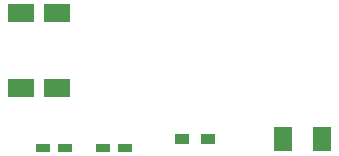
<source format=gtp>
%TF.GenerationSoftware,KiCad,Pcbnew,4.0.2+dfsg1-stable*%
%TF.CreationDate,2018-11-15T01:04:14+01:00*%
%TF.ProjectId,A600MPU-Adapter,413630304D50552D416461707465722E,rev?*%
%TF.FileFunction,Paste,Top*%
%FSLAX46Y46*%
G04 Gerber Fmt 4.6, Leading zero omitted, Abs format (unit mm)*
G04 Created by KiCad (PCBNEW 4.0.2+dfsg1-stable) date Thu 15 Nov 2018 01:04:14 CET*
%MOMM*%
G01*
G04 APERTURE LIST*
%ADD10C,0.100000*%
%ADD11R,2.199640X1.600200*%
%ADD12R,1.200000X0.750000*%
%ADD13R,1.524000X2.032000*%
%ADD14R,1.200000X0.900000*%
G04 APERTURE END LIST*
D10*
D11*
X147551140Y-113030000D03*
X144548860Y-113030000D03*
D12*
X148270000Y-118110000D03*
X146370000Y-118110000D03*
D11*
X147551140Y-106680000D03*
X144548860Y-106680000D03*
D12*
X153350000Y-118110000D03*
X151450000Y-118110000D03*
D13*
X166751000Y-117348000D03*
X170053000Y-117348000D03*
D14*
X160358000Y-117348000D03*
X158158000Y-117348000D03*
M02*

</source>
